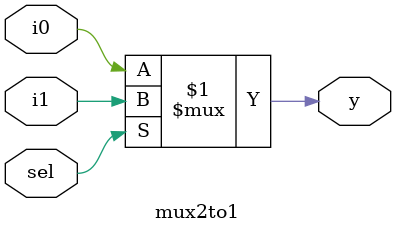
<source format=v>
module mux2to1(
  input sel,i0, i1,
  output y);
  
  assign y = sel ? i1 : i0;
  
endmodule
  
 

</source>
